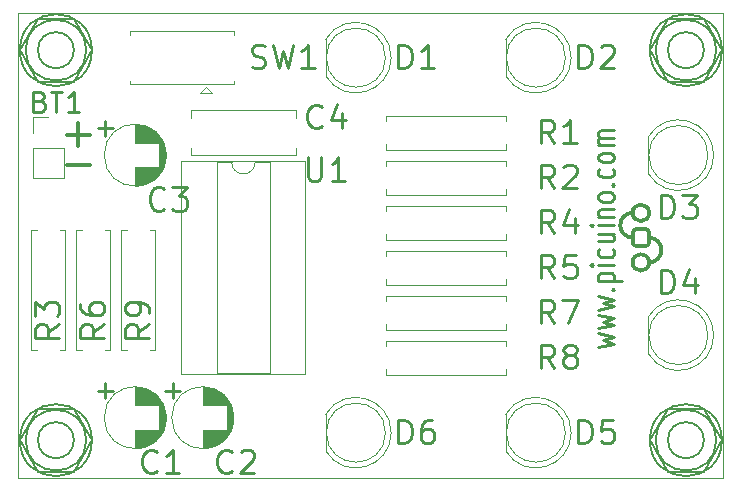
<source format=gbr>
%TF.GenerationSoftware,KiCad,Pcbnew,(5.1.12)-1*%
%TF.CreationDate,2022-03-12T22:07:20+01:00*%
%TF.ProjectId,electric-pcb-luces-led,656c6563-7472-4696-932d-7063622d6c75,R3*%
%TF.SameCoordinates,PX3072580PY3072580*%
%TF.FileFunction,Legend,Top*%
%TF.FilePolarity,Positive*%
%FSLAX46Y46*%
G04 Gerber Fmt 4.6, Leading zero omitted, Abs format (unit mm)*
G04 Created by KiCad (PCBNEW (5.1.12)-1) date 2022-03-12 22:07:20*
%MOMM*%
%LPD*%
G01*
G04 APERTURE LIST*
%ADD10C,0.300000*%
%ADD11C,0.120000*%
%ADD12C,0.250000*%
%ADD13C,0.127000*%
G04 APERTURE END LIST*
D10*
X4127619Y-10338571D02*
X6032380Y-10338571D01*
X5080000Y-11290952D02*
X5080000Y-9386190D01*
X4127619Y-12878571D02*
X6032380Y-12878571D01*
D11*
X59690000Y-39370000D02*
X59690000Y0D01*
X0Y-39370000D02*
X59690000Y-39370000D01*
X0Y-39370000D02*
X0Y0D01*
X59690000Y0D02*
X0Y0D01*
D12*
%TO.C,C1*%
X8001000Y-32004000D02*
X6731000Y-32004000D01*
X7366000Y-31369000D02*
X7366000Y-32639000D01*
D11*
X12510000Y-34290000D02*
G75*
G03*
X12510000Y-34290000I-2620000J0D01*
G01*
X9890000Y-35330000D02*
X9890000Y-36870000D01*
X9890000Y-31710000D02*
X9890000Y-33250000D01*
X9930000Y-35330000D02*
X9930000Y-36870000D01*
X9930000Y-31710000D02*
X9930000Y-33250000D01*
X9970000Y-31711000D02*
X9970000Y-33250000D01*
X9970000Y-35330000D02*
X9970000Y-36869000D01*
X10010000Y-31712000D02*
X10010000Y-33250000D01*
X10010000Y-35330000D02*
X10010000Y-36868000D01*
X10050000Y-31714000D02*
X10050000Y-33250000D01*
X10050000Y-35330000D02*
X10050000Y-36866000D01*
X10090000Y-31717000D02*
X10090000Y-33250000D01*
X10090000Y-35330000D02*
X10090000Y-36863000D01*
X10130000Y-31721000D02*
X10130000Y-33250000D01*
X10130000Y-35330000D02*
X10130000Y-36859000D01*
X10170000Y-31725000D02*
X10170000Y-33250000D01*
X10170000Y-35330000D02*
X10170000Y-36855000D01*
X10210000Y-31729000D02*
X10210000Y-33250000D01*
X10210000Y-35330000D02*
X10210000Y-36851000D01*
X10250000Y-31734000D02*
X10250000Y-33250000D01*
X10250000Y-35330000D02*
X10250000Y-36846000D01*
X10290000Y-31740000D02*
X10290000Y-33250000D01*
X10290000Y-35330000D02*
X10290000Y-36840000D01*
X10330000Y-31747000D02*
X10330000Y-33250000D01*
X10330000Y-35330000D02*
X10330000Y-36833000D01*
X10370000Y-31754000D02*
X10370000Y-33250000D01*
X10370000Y-35330000D02*
X10370000Y-36826000D01*
X10410000Y-31762000D02*
X10410000Y-33250000D01*
X10410000Y-35330000D02*
X10410000Y-36818000D01*
X10450000Y-31770000D02*
X10450000Y-33250000D01*
X10450000Y-35330000D02*
X10450000Y-36810000D01*
X10490000Y-31779000D02*
X10490000Y-33250000D01*
X10490000Y-35330000D02*
X10490000Y-36801000D01*
X10530000Y-31789000D02*
X10530000Y-33250000D01*
X10530000Y-35330000D02*
X10530000Y-36791000D01*
X10570000Y-31799000D02*
X10570000Y-33250000D01*
X10570000Y-35330000D02*
X10570000Y-36781000D01*
X10611000Y-31810000D02*
X10611000Y-33250000D01*
X10611000Y-35330000D02*
X10611000Y-36770000D01*
X10651000Y-31822000D02*
X10651000Y-33250000D01*
X10651000Y-35330000D02*
X10651000Y-36758000D01*
X10691000Y-31835000D02*
X10691000Y-33250000D01*
X10691000Y-35330000D02*
X10691000Y-36745000D01*
X10731000Y-31848000D02*
X10731000Y-33250000D01*
X10731000Y-35330000D02*
X10731000Y-36732000D01*
X10771000Y-31862000D02*
X10771000Y-33250000D01*
X10771000Y-35330000D02*
X10771000Y-36718000D01*
X10811000Y-31876000D02*
X10811000Y-33250000D01*
X10811000Y-35330000D02*
X10811000Y-36704000D01*
X10851000Y-31892000D02*
X10851000Y-33250000D01*
X10851000Y-35330000D02*
X10851000Y-36688000D01*
X10891000Y-31908000D02*
X10891000Y-33250000D01*
X10891000Y-35330000D02*
X10891000Y-36672000D01*
X10931000Y-31925000D02*
X10931000Y-33250000D01*
X10931000Y-35330000D02*
X10931000Y-36655000D01*
X10971000Y-31942000D02*
X10971000Y-33250000D01*
X10971000Y-35330000D02*
X10971000Y-36638000D01*
X11011000Y-31961000D02*
X11011000Y-33250000D01*
X11011000Y-35330000D02*
X11011000Y-36619000D01*
X11051000Y-31980000D02*
X11051000Y-33250000D01*
X11051000Y-35330000D02*
X11051000Y-36600000D01*
X11091000Y-32000000D02*
X11091000Y-33250000D01*
X11091000Y-35330000D02*
X11091000Y-36580000D01*
X11131000Y-32022000D02*
X11131000Y-33250000D01*
X11131000Y-35330000D02*
X11131000Y-36558000D01*
X11171000Y-32043000D02*
X11171000Y-33250000D01*
X11171000Y-35330000D02*
X11171000Y-36537000D01*
X11211000Y-32066000D02*
X11211000Y-33250000D01*
X11211000Y-35330000D02*
X11211000Y-36514000D01*
X11251000Y-32090000D02*
X11251000Y-33250000D01*
X11251000Y-35330000D02*
X11251000Y-36490000D01*
X11291000Y-32115000D02*
X11291000Y-33250000D01*
X11291000Y-35330000D02*
X11291000Y-36465000D01*
X11331000Y-32141000D02*
X11331000Y-33250000D01*
X11331000Y-35330000D02*
X11331000Y-36439000D01*
X11371000Y-32168000D02*
X11371000Y-33250000D01*
X11371000Y-35330000D02*
X11371000Y-36412000D01*
X11411000Y-32195000D02*
X11411000Y-33250000D01*
X11411000Y-35330000D02*
X11411000Y-36385000D01*
X11451000Y-32225000D02*
X11451000Y-33250000D01*
X11451000Y-35330000D02*
X11451000Y-36355000D01*
X11491000Y-32255000D02*
X11491000Y-33250000D01*
X11491000Y-35330000D02*
X11491000Y-36325000D01*
X11531000Y-32286000D02*
X11531000Y-33250000D01*
X11531000Y-35330000D02*
X11531000Y-36294000D01*
X11571000Y-32319000D02*
X11571000Y-33250000D01*
X11571000Y-35330000D02*
X11571000Y-36261000D01*
X11611000Y-32353000D02*
X11611000Y-33250000D01*
X11611000Y-35330000D02*
X11611000Y-36227000D01*
X11651000Y-32389000D02*
X11651000Y-33250000D01*
X11651000Y-35330000D02*
X11651000Y-36191000D01*
X11691000Y-32426000D02*
X11691000Y-33250000D01*
X11691000Y-35330000D02*
X11691000Y-36154000D01*
X11731000Y-32464000D02*
X11731000Y-33250000D01*
X11731000Y-35330000D02*
X11731000Y-36116000D01*
X11771000Y-32505000D02*
X11771000Y-33250000D01*
X11771000Y-35330000D02*
X11771000Y-36075000D01*
X11811000Y-32547000D02*
X11811000Y-33250000D01*
X11811000Y-35330000D02*
X11811000Y-36033000D01*
X11851000Y-32591000D02*
X11851000Y-33250000D01*
X11851000Y-35330000D02*
X11851000Y-35989000D01*
X11891000Y-32637000D02*
X11891000Y-33250000D01*
X11891000Y-35330000D02*
X11891000Y-35943000D01*
X11931000Y-32685000D02*
X11931000Y-35895000D01*
X11971000Y-32736000D02*
X11971000Y-35844000D01*
X12011000Y-32790000D02*
X12011000Y-35790000D01*
X12051000Y-32847000D02*
X12051000Y-35733000D01*
X12091000Y-32907000D02*
X12091000Y-35673000D01*
X12131000Y-32971000D02*
X12131000Y-35609000D01*
X12171000Y-33039000D02*
X12171000Y-35541000D01*
X12211000Y-33112000D02*
X12211000Y-35468000D01*
X12251000Y-33192000D02*
X12251000Y-35388000D01*
X12291000Y-33279000D02*
X12291000Y-35301000D01*
X12331000Y-33375000D02*
X12331000Y-35205000D01*
X12371000Y-33485000D02*
X12371000Y-35095000D01*
X12411000Y-33613000D02*
X12411000Y-34967000D01*
X12451000Y-33772000D02*
X12451000Y-34808000D01*
X12491000Y-34006000D02*
X12491000Y-34574000D01*
%TO.C,R3*%
X3980000Y-18425000D02*
X3500000Y-18425000D01*
X3980000Y-28565000D02*
X3980000Y-18425000D01*
X3500000Y-28565000D02*
X3980000Y-28565000D01*
X1100000Y-18425000D02*
X1580000Y-18425000D01*
X1100000Y-28565000D02*
X1100000Y-18425000D01*
X1580000Y-28565000D02*
X1100000Y-28565000D01*
%TO.C,R1*%
X31125000Y-8720000D02*
X31125000Y-9200000D01*
X41265000Y-8720000D02*
X31125000Y-8720000D01*
X41265000Y-9200000D02*
X41265000Y-8720000D01*
X31125000Y-11600000D02*
X31125000Y-11120000D01*
X41265000Y-11600000D02*
X31125000Y-11600000D01*
X41265000Y-11120000D02*
X41265000Y-11600000D01*
D10*
%TO.C,Picuino_Logo_B6*%
X53403500Y-16949420D02*
G75*
G03*
X53403500Y-16949420I-698500J0D01*
G01*
X52003960Y-19448780D02*
X52003960Y-18651220D01*
X52306220Y-18348960D02*
X53103780Y-18348960D01*
X53403500Y-21150580D02*
G75*
G03*
X53403500Y-21150580I-698500J0D01*
G01*
X53103780Y-19751040D02*
X52306220Y-19751040D01*
X53406040Y-18651220D02*
X53406040Y-19448780D01*
X50952400Y-17998440D02*
G75*
G03*
X52003960Y-19050000I1051560J0D01*
G01*
X52003960Y-19448780D02*
G75*
G03*
X52306220Y-19751040I302260J0D01*
G01*
X53406040Y-18651220D02*
G75*
G03*
X53103780Y-18348960I-302260J0D01*
G01*
X52003960Y-16949420D02*
G75*
G03*
X50954940Y-17998440I0J-1049020D01*
G01*
X53406040Y-21150580D02*
G75*
G03*
X54455060Y-20101560I0J1049020D01*
G01*
X54457600Y-20101560D02*
G75*
G03*
X53406040Y-19050000I-1051560J0D01*
G01*
X53103780Y-19751040D02*
G75*
G03*
X53406040Y-19448780I0J302260D01*
G01*
X52306220Y-18348960D02*
G75*
G03*
X52003960Y-18651220I0J-302260D01*
G01*
D13*
%TO.C,M3*%
X4699000Y-36195000D02*
G75*
G03*
X4699000Y-36195000I-1524000J0D01*
G01*
X5746554Y-36195000D02*
G75*
G03*
X5746554Y-36195000I-2571554J0D01*
G01*
X4699000Y-33528000D02*
X1651000Y-33528000D01*
X1651000Y-33528000D02*
X127000Y-36195000D01*
X127000Y-36195000D02*
X1651000Y-38862000D01*
X1651000Y-38862000D02*
X4699000Y-38862000D01*
X4699000Y-38862000D02*
X6223000Y-36195000D01*
X6223000Y-36195000D02*
X4699000Y-33528000D01*
X6223000Y-36195000D02*
G75*
G03*
X6223000Y-36195000I-3048000J0D01*
G01*
X4699000Y-3175000D02*
G75*
G03*
X4699000Y-3175000I-1524000J0D01*
G01*
X5746554Y-3175000D02*
G75*
G03*
X5746554Y-3175000I-2571554J0D01*
G01*
X4699000Y-508000D02*
X1651000Y-508000D01*
X1651000Y-508000D02*
X127000Y-3175000D01*
X127000Y-3175000D02*
X1651000Y-5842000D01*
X1651000Y-5842000D02*
X4699000Y-5842000D01*
X4699000Y-5842000D02*
X6223000Y-3175000D01*
X6223000Y-3175000D02*
X4699000Y-508000D01*
X6223000Y-3175000D02*
G75*
G03*
X6223000Y-3175000I-3048000J0D01*
G01*
X58039000Y-36195000D02*
G75*
G03*
X58039000Y-36195000I-1524000J0D01*
G01*
X59086554Y-36195000D02*
G75*
G03*
X59086554Y-36195000I-2571554J0D01*
G01*
X58039000Y-33528000D02*
X54991000Y-33528000D01*
X54991000Y-33528000D02*
X53467000Y-36195000D01*
X53467000Y-36195000D02*
X54991000Y-38862000D01*
X54991000Y-38862000D02*
X58039000Y-38862000D01*
X58039000Y-38862000D02*
X59563000Y-36195000D01*
X59563000Y-36195000D02*
X58039000Y-33528000D01*
X59563000Y-36195000D02*
G75*
G03*
X59563000Y-36195000I-3048000J0D01*
G01*
X58039000Y-3175000D02*
G75*
G03*
X58039000Y-3175000I-1524000J0D01*
G01*
X59086554Y-3175000D02*
G75*
G03*
X59086554Y-3175000I-2571554J0D01*
G01*
X58039000Y-508000D02*
X54991000Y-508000D01*
X54991000Y-508000D02*
X53467000Y-3175000D01*
X53467000Y-3175000D02*
X54991000Y-5842000D01*
X54991000Y-5842000D02*
X58039000Y-5842000D01*
X58039000Y-5842000D02*
X59563000Y-3175000D01*
X59563000Y-3175000D02*
X58039000Y-508000D01*
X59563000Y-3175000D02*
G75*
G03*
X59563000Y-3175000I-3048000J0D01*
G01*
D12*
%TO.C,C2*%
X13716000Y-32004000D02*
X12446000Y-32004000D01*
X13081000Y-31369000D02*
X13081000Y-32639000D01*
D11*
X18225000Y-34290000D02*
G75*
G03*
X18225000Y-34290000I-2620000J0D01*
G01*
X15605000Y-35330000D02*
X15605000Y-36870000D01*
X15605000Y-31710000D02*
X15605000Y-33250000D01*
X15645000Y-35330000D02*
X15645000Y-36870000D01*
X15645000Y-31710000D02*
X15645000Y-33250000D01*
X15685000Y-31711000D02*
X15685000Y-33250000D01*
X15685000Y-35330000D02*
X15685000Y-36869000D01*
X15725000Y-31712000D02*
X15725000Y-33250000D01*
X15725000Y-35330000D02*
X15725000Y-36868000D01*
X15765000Y-31714000D02*
X15765000Y-33250000D01*
X15765000Y-35330000D02*
X15765000Y-36866000D01*
X15805000Y-31717000D02*
X15805000Y-33250000D01*
X15805000Y-35330000D02*
X15805000Y-36863000D01*
X15845000Y-31721000D02*
X15845000Y-33250000D01*
X15845000Y-35330000D02*
X15845000Y-36859000D01*
X15885000Y-31725000D02*
X15885000Y-33250000D01*
X15885000Y-35330000D02*
X15885000Y-36855000D01*
X15925000Y-31729000D02*
X15925000Y-33250000D01*
X15925000Y-35330000D02*
X15925000Y-36851000D01*
X15965000Y-31734000D02*
X15965000Y-33250000D01*
X15965000Y-35330000D02*
X15965000Y-36846000D01*
X16005000Y-31740000D02*
X16005000Y-33250000D01*
X16005000Y-35330000D02*
X16005000Y-36840000D01*
X16045000Y-31747000D02*
X16045000Y-33250000D01*
X16045000Y-35330000D02*
X16045000Y-36833000D01*
X16085000Y-31754000D02*
X16085000Y-33250000D01*
X16085000Y-35330000D02*
X16085000Y-36826000D01*
X16125000Y-31762000D02*
X16125000Y-33250000D01*
X16125000Y-35330000D02*
X16125000Y-36818000D01*
X16165000Y-31770000D02*
X16165000Y-33250000D01*
X16165000Y-35330000D02*
X16165000Y-36810000D01*
X16205000Y-31779000D02*
X16205000Y-33250000D01*
X16205000Y-35330000D02*
X16205000Y-36801000D01*
X16245000Y-31789000D02*
X16245000Y-33250000D01*
X16245000Y-35330000D02*
X16245000Y-36791000D01*
X16285000Y-31799000D02*
X16285000Y-33250000D01*
X16285000Y-35330000D02*
X16285000Y-36781000D01*
X16326000Y-31810000D02*
X16326000Y-33250000D01*
X16326000Y-35330000D02*
X16326000Y-36770000D01*
X16366000Y-31822000D02*
X16366000Y-33250000D01*
X16366000Y-35330000D02*
X16366000Y-36758000D01*
X16406000Y-31835000D02*
X16406000Y-33250000D01*
X16406000Y-35330000D02*
X16406000Y-36745000D01*
X16446000Y-31848000D02*
X16446000Y-33250000D01*
X16446000Y-35330000D02*
X16446000Y-36732000D01*
X16486000Y-31862000D02*
X16486000Y-33250000D01*
X16486000Y-35330000D02*
X16486000Y-36718000D01*
X16526000Y-31876000D02*
X16526000Y-33250000D01*
X16526000Y-35330000D02*
X16526000Y-36704000D01*
X16566000Y-31892000D02*
X16566000Y-33250000D01*
X16566000Y-35330000D02*
X16566000Y-36688000D01*
X16606000Y-31908000D02*
X16606000Y-33250000D01*
X16606000Y-35330000D02*
X16606000Y-36672000D01*
X16646000Y-31925000D02*
X16646000Y-33250000D01*
X16646000Y-35330000D02*
X16646000Y-36655000D01*
X16686000Y-31942000D02*
X16686000Y-33250000D01*
X16686000Y-35330000D02*
X16686000Y-36638000D01*
X16726000Y-31961000D02*
X16726000Y-33250000D01*
X16726000Y-35330000D02*
X16726000Y-36619000D01*
X16766000Y-31980000D02*
X16766000Y-33250000D01*
X16766000Y-35330000D02*
X16766000Y-36600000D01*
X16806000Y-32000000D02*
X16806000Y-33250000D01*
X16806000Y-35330000D02*
X16806000Y-36580000D01*
X16846000Y-32022000D02*
X16846000Y-33250000D01*
X16846000Y-35330000D02*
X16846000Y-36558000D01*
X16886000Y-32043000D02*
X16886000Y-33250000D01*
X16886000Y-35330000D02*
X16886000Y-36537000D01*
X16926000Y-32066000D02*
X16926000Y-33250000D01*
X16926000Y-35330000D02*
X16926000Y-36514000D01*
X16966000Y-32090000D02*
X16966000Y-33250000D01*
X16966000Y-35330000D02*
X16966000Y-36490000D01*
X17006000Y-32115000D02*
X17006000Y-33250000D01*
X17006000Y-35330000D02*
X17006000Y-36465000D01*
X17046000Y-32141000D02*
X17046000Y-33250000D01*
X17046000Y-35330000D02*
X17046000Y-36439000D01*
X17086000Y-32168000D02*
X17086000Y-33250000D01*
X17086000Y-35330000D02*
X17086000Y-36412000D01*
X17126000Y-32195000D02*
X17126000Y-33250000D01*
X17126000Y-35330000D02*
X17126000Y-36385000D01*
X17166000Y-32225000D02*
X17166000Y-33250000D01*
X17166000Y-35330000D02*
X17166000Y-36355000D01*
X17206000Y-32255000D02*
X17206000Y-33250000D01*
X17206000Y-35330000D02*
X17206000Y-36325000D01*
X17246000Y-32286000D02*
X17246000Y-33250000D01*
X17246000Y-35330000D02*
X17246000Y-36294000D01*
X17286000Y-32319000D02*
X17286000Y-33250000D01*
X17286000Y-35330000D02*
X17286000Y-36261000D01*
X17326000Y-32353000D02*
X17326000Y-33250000D01*
X17326000Y-35330000D02*
X17326000Y-36227000D01*
X17366000Y-32389000D02*
X17366000Y-33250000D01*
X17366000Y-35330000D02*
X17366000Y-36191000D01*
X17406000Y-32426000D02*
X17406000Y-33250000D01*
X17406000Y-35330000D02*
X17406000Y-36154000D01*
X17446000Y-32464000D02*
X17446000Y-33250000D01*
X17446000Y-35330000D02*
X17446000Y-36116000D01*
X17486000Y-32505000D02*
X17486000Y-33250000D01*
X17486000Y-35330000D02*
X17486000Y-36075000D01*
X17526000Y-32547000D02*
X17526000Y-33250000D01*
X17526000Y-35330000D02*
X17526000Y-36033000D01*
X17566000Y-32591000D02*
X17566000Y-33250000D01*
X17566000Y-35330000D02*
X17566000Y-35989000D01*
X17606000Y-32637000D02*
X17606000Y-33250000D01*
X17606000Y-35330000D02*
X17606000Y-35943000D01*
X17646000Y-32685000D02*
X17646000Y-35895000D01*
X17686000Y-32736000D02*
X17686000Y-35844000D01*
X17726000Y-32790000D02*
X17726000Y-35790000D01*
X17766000Y-32847000D02*
X17766000Y-35733000D01*
X17806000Y-32907000D02*
X17806000Y-35673000D01*
X17846000Y-32971000D02*
X17846000Y-35609000D01*
X17886000Y-33039000D02*
X17886000Y-35541000D01*
X17926000Y-33112000D02*
X17926000Y-35468000D01*
X17966000Y-33192000D02*
X17966000Y-35388000D01*
X18006000Y-33279000D02*
X18006000Y-35301000D01*
X18046000Y-33375000D02*
X18046000Y-35205000D01*
X18086000Y-33485000D02*
X18086000Y-35095000D01*
X18126000Y-33613000D02*
X18126000Y-34967000D01*
X18166000Y-33772000D02*
X18166000Y-34808000D01*
X18206000Y-34006000D02*
X18206000Y-34574000D01*
%TO.C,C3*%
X12491000Y-11781000D02*
X12491000Y-12349000D01*
X12451000Y-11547000D02*
X12451000Y-12583000D01*
X12411000Y-11388000D02*
X12411000Y-12742000D01*
X12371000Y-11260000D02*
X12371000Y-12870000D01*
X12331000Y-11150000D02*
X12331000Y-12980000D01*
X12291000Y-11054000D02*
X12291000Y-13076000D01*
X12251000Y-10967000D02*
X12251000Y-13163000D01*
X12211000Y-10887000D02*
X12211000Y-13243000D01*
X12171000Y-10814000D02*
X12171000Y-13316000D01*
X12131000Y-10746000D02*
X12131000Y-13384000D01*
X12091000Y-10682000D02*
X12091000Y-13448000D01*
X12051000Y-10622000D02*
X12051000Y-13508000D01*
X12011000Y-10565000D02*
X12011000Y-13565000D01*
X11971000Y-10511000D02*
X11971000Y-13619000D01*
X11931000Y-10460000D02*
X11931000Y-13670000D01*
X11891000Y-13105000D02*
X11891000Y-13718000D01*
X11891000Y-10412000D02*
X11891000Y-11025000D01*
X11851000Y-13105000D02*
X11851000Y-13764000D01*
X11851000Y-10366000D02*
X11851000Y-11025000D01*
X11811000Y-13105000D02*
X11811000Y-13808000D01*
X11811000Y-10322000D02*
X11811000Y-11025000D01*
X11771000Y-13105000D02*
X11771000Y-13850000D01*
X11771000Y-10280000D02*
X11771000Y-11025000D01*
X11731000Y-13105000D02*
X11731000Y-13891000D01*
X11731000Y-10239000D02*
X11731000Y-11025000D01*
X11691000Y-13105000D02*
X11691000Y-13929000D01*
X11691000Y-10201000D02*
X11691000Y-11025000D01*
X11651000Y-13105000D02*
X11651000Y-13966000D01*
X11651000Y-10164000D02*
X11651000Y-11025000D01*
X11611000Y-13105000D02*
X11611000Y-14002000D01*
X11611000Y-10128000D02*
X11611000Y-11025000D01*
X11571000Y-13105000D02*
X11571000Y-14036000D01*
X11571000Y-10094000D02*
X11571000Y-11025000D01*
X11531000Y-13105000D02*
X11531000Y-14069000D01*
X11531000Y-10061000D02*
X11531000Y-11025000D01*
X11491000Y-13105000D02*
X11491000Y-14100000D01*
X11491000Y-10030000D02*
X11491000Y-11025000D01*
X11451000Y-13105000D02*
X11451000Y-14130000D01*
X11451000Y-10000000D02*
X11451000Y-11025000D01*
X11411000Y-13105000D02*
X11411000Y-14160000D01*
X11411000Y-9970000D02*
X11411000Y-11025000D01*
X11371000Y-13105000D02*
X11371000Y-14187000D01*
X11371000Y-9943000D02*
X11371000Y-11025000D01*
X11331000Y-13105000D02*
X11331000Y-14214000D01*
X11331000Y-9916000D02*
X11331000Y-11025000D01*
X11291000Y-13105000D02*
X11291000Y-14240000D01*
X11291000Y-9890000D02*
X11291000Y-11025000D01*
X11251000Y-13105000D02*
X11251000Y-14265000D01*
X11251000Y-9865000D02*
X11251000Y-11025000D01*
X11211000Y-13105000D02*
X11211000Y-14289000D01*
X11211000Y-9841000D02*
X11211000Y-11025000D01*
X11171000Y-13105000D02*
X11171000Y-14312000D01*
X11171000Y-9818000D02*
X11171000Y-11025000D01*
X11131000Y-13105000D02*
X11131000Y-14333000D01*
X11131000Y-9797000D02*
X11131000Y-11025000D01*
X11091000Y-13105000D02*
X11091000Y-14355000D01*
X11091000Y-9775000D02*
X11091000Y-11025000D01*
X11051000Y-13105000D02*
X11051000Y-14375000D01*
X11051000Y-9755000D02*
X11051000Y-11025000D01*
X11011000Y-13105000D02*
X11011000Y-14394000D01*
X11011000Y-9736000D02*
X11011000Y-11025000D01*
X10971000Y-13105000D02*
X10971000Y-14413000D01*
X10971000Y-9717000D02*
X10971000Y-11025000D01*
X10931000Y-13105000D02*
X10931000Y-14430000D01*
X10931000Y-9700000D02*
X10931000Y-11025000D01*
X10891000Y-13105000D02*
X10891000Y-14447000D01*
X10891000Y-9683000D02*
X10891000Y-11025000D01*
X10851000Y-13105000D02*
X10851000Y-14463000D01*
X10851000Y-9667000D02*
X10851000Y-11025000D01*
X10811000Y-13105000D02*
X10811000Y-14479000D01*
X10811000Y-9651000D02*
X10811000Y-11025000D01*
X10771000Y-13105000D02*
X10771000Y-14493000D01*
X10771000Y-9637000D02*
X10771000Y-11025000D01*
X10731000Y-13105000D02*
X10731000Y-14507000D01*
X10731000Y-9623000D02*
X10731000Y-11025000D01*
X10691000Y-13105000D02*
X10691000Y-14520000D01*
X10691000Y-9610000D02*
X10691000Y-11025000D01*
X10651000Y-13105000D02*
X10651000Y-14533000D01*
X10651000Y-9597000D02*
X10651000Y-11025000D01*
X10611000Y-13105000D02*
X10611000Y-14545000D01*
X10611000Y-9585000D02*
X10611000Y-11025000D01*
X10570000Y-13105000D02*
X10570000Y-14556000D01*
X10570000Y-9574000D02*
X10570000Y-11025000D01*
X10530000Y-13105000D02*
X10530000Y-14566000D01*
X10530000Y-9564000D02*
X10530000Y-11025000D01*
X10490000Y-13105000D02*
X10490000Y-14576000D01*
X10490000Y-9554000D02*
X10490000Y-11025000D01*
X10450000Y-13105000D02*
X10450000Y-14585000D01*
X10450000Y-9545000D02*
X10450000Y-11025000D01*
X10410000Y-13105000D02*
X10410000Y-14593000D01*
X10410000Y-9537000D02*
X10410000Y-11025000D01*
X10370000Y-13105000D02*
X10370000Y-14601000D01*
X10370000Y-9529000D02*
X10370000Y-11025000D01*
X10330000Y-13105000D02*
X10330000Y-14608000D01*
X10330000Y-9522000D02*
X10330000Y-11025000D01*
X10290000Y-13105000D02*
X10290000Y-14615000D01*
X10290000Y-9515000D02*
X10290000Y-11025000D01*
X10250000Y-13105000D02*
X10250000Y-14621000D01*
X10250000Y-9509000D02*
X10250000Y-11025000D01*
X10210000Y-13105000D02*
X10210000Y-14626000D01*
X10210000Y-9504000D02*
X10210000Y-11025000D01*
X10170000Y-13105000D02*
X10170000Y-14630000D01*
X10170000Y-9500000D02*
X10170000Y-11025000D01*
X10130000Y-13105000D02*
X10130000Y-14634000D01*
X10130000Y-9496000D02*
X10130000Y-11025000D01*
X10090000Y-13105000D02*
X10090000Y-14638000D01*
X10090000Y-9492000D02*
X10090000Y-11025000D01*
X10050000Y-13105000D02*
X10050000Y-14641000D01*
X10050000Y-9489000D02*
X10050000Y-11025000D01*
X10010000Y-13105000D02*
X10010000Y-14643000D01*
X10010000Y-9487000D02*
X10010000Y-11025000D01*
X9970000Y-13105000D02*
X9970000Y-14644000D01*
X9970000Y-9486000D02*
X9970000Y-11025000D01*
X9930000Y-9485000D02*
X9930000Y-11025000D01*
X9930000Y-13105000D02*
X9930000Y-14645000D01*
X9890000Y-9485000D02*
X9890000Y-11025000D01*
X9890000Y-13105000D02*
X9890000Y-14645000D01*
X12510000Y-12065000D02*
G75*
G03*
X12510000Y-12065000I-2620000J0D01*
G01*
D12*
X7366000Y-9144000D02*
X7366000Y-10414000D01*
X8001000Y-9779000D02*
X6731000Y-9779000D01*
D11*
%TO.C,R5*%
X41265000Y-22550000D02*
X41265000Y-23030000D01*
X41265000Y-23030000D02*
X31125000Y-23030000D01*
X31125000Y-23030000D02*
X31125000Y-22550000D01*
X41265000Y-20630000D02*
X41265000Y-20150000D01*
X41265000Y-20150000D02*
X31125000Y-20150000D01*
X31125000Y-20150000D02*
X31125000Y-20630000D01*
%TO.C,R6*%
X7790000Y-18425000D02*
X7310000Y-18425000D01*
X7790000Y-28565000D02*
X7790000Y-18425000D01*
X7310000Y-28565000D02*
X7790000Y-28565000D01*
X4910000Y-18425000D02*
X5390000Y-18425000D01*
X4910000Y-28565000D02*
X4910000Y-18425000D01*
X5390000Y-28565000D02*
X4910000Y-28565000D01*
%TO.C,R7*%
X41265000Y-26360000D02*
X41265000Y-26840000D01*
X41265000Y-26840000D02*
X31125000Y-26840000D01*
X31125000Y-26840000D02*
X31125000Y-26360000D01*
X41265000Y-24440000D02*
X41265000Y-23960000D01*
X41265000Y-23960000D02*
X31125000Y-23960000D01*
X31125000Y-23960000D02*
X31125000Y-24440000D01*
%TO.C,R8*%
X31125000Y-27770000D02*
X31125000Y-28250000D01*
X41265000Y-27770000D02*
X31125000Y-27770000D01*
X41265000Y-28250000D02*
X41265000Y-27770000D01*
X31125000Y-30650000D02*
X31125000Y-30170000D01*
X41265000Y-30650000D02*
X31125000Y-30650000D01*
X41265000Y-30170000D02*
X41265000Y-30650000D01*
%TO.C,R9*%
X9200000Y-28565000D02*
X8720000Y-28565000D01*
X8720000Y-28565000D02*
X8720000Y-18425000D01*
X8720000Y-18425000D02*
X9200000Y-18425000D01*
X11120000Y-28565000D02*
X11600000Y-28565000D01*
X11600000Y-28565000D02*
X11600000Y-18425000D01*
X11600000Y-18425000D02*
X11120000Y-18425000D01*
%TO.C,R4*%
X41265000Y-18740000D02*
X41265000Y-19220000D01*
X41265000Y-19220000D02*
X31125000Y-19220000D01*
X31125000Y-19220000D02*
X31125000Y-18740000D01*
X41265000Y-16820000D02*
X41265000Y-16340000D01*
X41265000Y-16340000D02*
X31125000Y-16340000D01*
X31125000Y-16340000D02*
X31125000Y-16820000D01*
%TO.C,D1*%
X31565000Y-3810462D02*
G75*
G03*
X26015000Y-2265170I-2990000J462D01*
G01*
X31565000Y-3809538D02*
G75*
G02*
X26015000Y-5354830I-2990000J-462D01*
G01*
X26015000Y-2265000D02*
X26015000Y-5355000D01*
X31075000Y-3810000D02*
G75*
G03*
X31075000Y-3810000I-2500000J0D01*
G01*
%TO.C,D2*%
X46805000Y-3810462D02*
G75*
G03*
X41255000Y-2265170I-2990000J462D01*
G01*
X46805000Y-3809538D02*
G75*
G02*
X41255000Y-5354830I-2990000J-462D01*
G01*
X41255000Y-2265000D02*
X41255000Y-5355000D01*
X46315000Y-3810000D02*
G75*
G03*
X46315000Y-3810000I-2500000J0D01*
G01*
%TO.C,D3*%
X58380000Y-12065000D02*
G75*
G03*
X58380000Y-12065000I-2500000J0D01*
G01*
X53320000Y-10520000D02*
X53320000Y-13610000D01*
X58870000Y-12064538D02*
G75*
G02*
X53320000Y-13609830I-2990000J-462D01*
G01*
X58870000Y-12065462D02*
G75*
G03*
X53320000Y-10520170I-2990000J462D01*
G01*
%TO.C,D4*%
X58870000Y-27305462D02*
G75*
G03*
X53320000Y-25760170I-2990000J462D01*
G01*
X58870000Y-27304538D02*
G75*
G02*
X53320000Y-28849830I-2990000J-462D01*
G01*
X53320000Y-25760000D02*
X53320000Y-28850000D01*
X58380000Y-27305000D02*
G75*
G03*
X58380000Y-27305000I-2500000J0D01*
G01*
%TO.C,D5*%
X46315000Y-35560000D02*
G75*
G03*
X46315000Y-35560000I-2500000J0D01*
G01*
X41255000Y-34015000D02*
X41255000Y-37105000D01*
X46805000Y-35559538D02*
G75*
G02*
X41255000Y-37104830I-2990000J-462D01*
G01*
X46805000Y-35560462D02*
G75*
G03*
X41255000Y-34015170I-2990000J462D01*
G01*
%TO.C,D6*%
X31075000Y-35560000D02*
G75*
G03*
X31075000Y-35560000I-2500000J0D01*
G01*
X26015000Y-34015000D02*
X26015000Y-37105000D01*
X31565000Y-35559538D02*
G75*
G02*
X26015000Y-37104830I-2990000J-462D01*
G01*
X31565000Y-35560462D02*
G75*
G03*
X26015000Y-34015170I-2990000J462D01*
G01*
%TO.C,U1*%
X18050000Y-12640000D02*
X16800000Y-12640000D01*
X16800000Y-12640000D02*
X16800000Y-30540000D01*
X16800000Y-30540000D02*
X21300000Y-30540000D01*
X21300000Y-30540000D02*
X21300000Y-12640000D01*
X21300000Y-12640000D02*
X20050000Y-12640000D01*
X13800000Y-12580000D02*
X13800000Y-30600000D01*
X13800000Y-30600000D02*
X24300000Y-30600000D01*
X24300000Y-30600000D02*
X24300000Y-12580000D01*
X24300000Y-12580000D02*
X13800000Y-12580000D01*
X20050000Y-12640000D02*
G75*
G02*
X18050000Y-12640000I-1000000J0D01*
G01*
%TO.C,R2*%
X41265000Y-14930000D02*
X41265000Y-15410000D01*
X41265000Y-15410000D02*
X31125000Y-15410000D01*
X31125000Y-15410000D02*
X31125000Y-14930000D01*
X41265000Y-13010000D02*
X41265000Y-12530000D01*
X41265000Y-12530000D02*
X31125000Y-12530000D01*
X31125000Y-12530000D02*
X31125000Y-13010000D01*
%TO.C,SW1*%
X15375000Y-6770000D02*
X16375000Y-6770000D01*
X15875000Y-6270000D02*
X15375000Y-6770000D01*
X16375000Y-6770000D02*
X15875000Y-6270000D01*
X9465000Y-1550000D02*
X9465000Y-1860000D01*
X18285000Y-1550000D02*
X18285000Y-1860000D01*
X18285000Y-5760000D02*
X18285000Y-6070000D01*
X9465000Y-1550000D02*
X18285000Y-1550000D01*
X9465000Y-6070000D02*
X9465000Y-5760000D01*
X18285000Y-6070000D02*
X9465000Y-6070000D01*
%TO.C,BT1*%
X1210000Y-14030000D02*
X3870000Y-14030000D01*
X1210000Y-11430000D02*
X1210000Y-14030000D01*
X3870000Y-11430000D02*
X3870000Y-14030000D01*
X1210000Y-11430000D02*
X3870000Y-11430000D01*
X1210000Y-10160000D02*
X1210000Y-8830000D01*
X1210000Y-8830000D02*
X2540000Y-8830000D01*
%TO.C,C4*%
X23495000Y-8255000D02*
X23495000Y-8890000D01*
X14605000Y-8255000D02*
X23495000Y-8255000D01*
X14605000Y-8890000D02*
X14605000Y-8255000D01*
X14605000Y-12065000D02*
X14605000Y-11430000D01*
X23495000Y-12065000D02*
X14605000Y-12065000D01*
X23495000Y-11430000D02*
X23495000Y-12065000D01*
%TO.C,C1*%
D12*
X11731666Y-38814285D02*
X11636428Y-38909523D01*
X11350714Y-39004761D01*
X11160238Y-39004761D01*
X10874523Y-38909523D01*
X10684047Y-38719047D01*
X10588809Y-38528571D01*
X10493571Y-38147619D01*
X10493571Y-37861904D01*
X10588809Y-37480952D01*
X10684047Y-37290476D01*
X10874523Y-37100000D01*
X11160238Y-37004761D01*
X11350714Y-37004761D01*
X11636428Y-37100000D01*
X11731666Y-37195238D01*
X13636428Y-39004761D02*
X12493571Y-39004761D01*
X13065000Y-39004761D02*
X13065000Y-37004761D01*
X12874523Y-37290476D01*
X12684047Y-37480952D01*
X12493571Y-37576190D01*
%TO.C,R3*%
X3444761Y-26368333D02*
X2492380Y-27035000D01*
X3444761Y-27511190D02*
X1444761Y-27511190D01*
X1444761Y-26749285D01*
X1540000Y-26558809D01*
X1635238Y-26463571D01*
X1825714Y-26368333D01*
X2111428Y-26368333D01*
X2301904Y-26463571D01*
X2397142Y-26558809D01*
X2492380Y-26749285D01*
X2492380Y-27511190D01*
X1444761Y-25701666D02*
X1444761Y-24463571D01*
X2206666Y-25130238D01*
X2206666Y-24844523D01*
X2301904Y-24654047D01*
X2397142Y-24558809D01*
X2587619Y-24463571D01*
X3063809Y-24463571D01*
X3254285Y-24558809D01*
X3349523Y-24654047D01*
X3444761Y-24844523D01*
X3444761Y-25415952D01*
X3349523Y-25606428D01*
X3254285Y-25701666D01*
%TO.C,R1*%
X45386666Y-11064761D02*
X44720000Y-10112380D01*
X44243809Y-11064761D02*
X44243809Y-9064761D01*
X45005714Y-9064761D01*
X45196190Y-9160000D01*
X45291428Y-9255238D01*
X45386666Y-9445714D01*
X45386666Y-9731428D01*
X45291428Y-9921904D01*
X45196190Y-10017142D01*
X45005714Y-10112380D01*
X44243809Y-10112380D01*
X47291428Y-11064761D02*
X46148571Y-11064761D01*
X46720000Y-11064761D02*
X46720000Y-9064761D01*
X46529523Y-9350476D01*
X46339047Y-9540952D01*
X46148571Y-9636190D01*
%TO.C,Picuino_Logo_B6*%
X49101428Y-28300000D02*
X50434761Y-28014285D01*
X49482380Y-27728571D01*
X50434761Y-27442857D01*
X49101428Y-27157142D01*
X49101428Y-26728571D02*
X50434761Y-26442857D01*
X49482380Y-26157142D01*
X50434761Y-25871428D01*
X49101428Y-25585714D01*
X49101428Y-25157142D02*
X50434761Y-24871428D01*
X49482380Y-24585714D01*
X50434761Y-24300000D01*
X49101428Y-24014285D01*
X50244285Y-23442857D02*
X50339523Y-23371428D01*
X50434761Y-23442857D01*
X50339523Y-23514285D01*
X50244285Y-23442857D01*
X50434761Y-23442857D01*
X49101428Y-22728571D02*
X51101428Y-22728571D01*
X49196666Y-22728571D02*
X49101428Y-22585714D01*
X49101428Y-22300000D01*
X49196666Y-22157142D01*
X49291904Y-22085714D01*
X49482380Y-22014285D01*
X50053809Y-22014285D01*
X50244285Y-22085714D01*
X50339523Y-22157142D01*
X50434761Y-22300000D01*
X50434761Y-22585714D01*
X50339523Y-22728571D01*
X50434761Y-21371428D02*
X49101428Y-21371428D01*
X48434761Y-21371428D02*
X48530000Y-21442857D01*
X48625238Y-21371428D01*
X48530000Y-21300000D01*
X48434761Y-21371428D01*
X48625238Y-21371428D01*
X50339523Y-20014285D02*
X50434761Y-20157142D01*
X50434761Y-20442857D01*
X50339523Y-20585714D01*
X50244285Y-20657142D01*
X50053809Y-20728571D01*
X49482380Y-20728571D01*
X49291904Y-20657142D01*
X49196666Y-20585714D01*
X49101428Y-20442857D01*
X49101428Y-20157142D01*
X49196666Y-20014285D01*
X49101428Y-18728571D02*
X50434761Y-18728571D01*
X49101428Y-19371428D02*
X50149047Y-19371428D01*
X50339523Y-19300000D01*
X50434761Y-19157142D01*
X50434761Y-18942857D01*
X50339523Y-18800000D01*
X50244285Y-18728571D01*
X50434761Y-18014285D02*
X49101428Y-18014285D01*
X48434761Y-18014285D02*
X48530000Y-18085714D01*
X48625238Y-18014285D01*
X48530000Y-17942857D01*
X48434761Y-18014285D01*
X48625238Y-18014285D01*
X49101428Y-17300000D02*
X50434761Y-17300000D01*
X49291904Y-17300000D02*
X49196666Y-17228571D01*
X49101428Y-17085714D01*
X49101428Y-16871428D01*
X49196666Y-16728571D01*
X49387142Y-16657142D01*
X50434761Y-16657142D01*
X50434761Y-15728571D02*
X50339523Y-15871428D01*
X50244285Y-15942857D01*
X50053809Y-16014285D01*
X49482380Y-16014285D01*
X49291904Y-15942857D01*
X49196666Y-15871428D01*
X49101428Y-15728571D01*
X49101428Y-15514285D01*
X49196666Y-15371428D01*
X49291904Y-15300000D01*
X49482380Y-15228571D01*
X50053809Y-15228571D01*
X50244285Y-15300000D01*
X50339523Y-15371428D01*
X50434761Y-15514285D01*
X50434761Y-15728571D01*
X50244285Y-14585714D02*
X50339523Y-14514285D01*
X50434761Y-14585714D01*
X50339523Y-14657142D01*
X50244285Y-14585714D01*
X50434761Y-14585714D01*
X50339523Y-13228571D02*
X50434761Y-13371428D01*
X50434761Y-13657142D01*
X50339523Y-13800000D01*
X50244285Y-13871428D01*
X50053809Y-13942857D01*
X49482380Y-13942857D01*
X49291904Y-13871428D01*
X49196666Y-13800000D01*
X49101428Y-13657142D01*
X49101428Y-13371428D01*
X49196666Y-13228571D01*
X50434761Y-12371428D02*
X50339523Y-12514285D01*
X50244285Y-12585714D01*
X50053809Y-12657142D01*
X49482380Y-12657142D01*
X49291904Y-12585714D01*
X49196666Y-12514285D01*
X49101428Y-12371428D01*
X49101428Y-12157142D01*
X49196666Y-12014285D01*
X49291904Y-11942857D01*
X49482380Y-11871428D01*
X50053809Y-11871428D01*
X50244285Y-11942857D01*
X50339523Y-12014285D01*
X50434761Y-12157142D01*
X50434761Y-12371428D01*
X50434761Y-11228571D02*
X49101428Y-11228571D01*
X49291904Y-11228571D02*
X49196666Y-11157142D01*
X49101428Y-11014285D01*
X49101428Y-10800000D01*
X49196666Y-10657142D01*
X49387142Y-10585714D01*
X50434761Y-10585714D01*
X49387142Y-10585714D02*
X49196666Y-10514285D01*
X49101428Y-10371428D01*
X49101428Y-10157142D01*
X49196666Y-10014285D01*
X49387142Y-9942857D01*
X50434761Y-9942857D01*
%TO.C,C2*%
X18081666Y-38814285D02*
X17986428Y-38909523D01*
X17700714Y-39004761D01*
X17510238Y-39004761D01*
X17224523Y-38909523D01*
X17034047Y-38719047D01*
X16938809Y-38528571D01*
X16843571Y-38147619D01*
X16843571Y-37861904D01*
X16938809Y-37480952D01*
X17034047Y-37290476D01*
X17224523Y-37100000D01*
X17510238Y-37004761D01*
X17700714Y-37004761D01*
X17986428Y-37100000D01*
X18081666Y-37195238D01*
X18843571Y-37195238D02*
X18938809Y-37100000D01*
X19129285Y-37004761D01*
X19605476Y-37004761D01*
X19795952Y-37100000D01*
X19891190Y-37195238D01*
X19986428Y-37385714D01*
X19986428Y-37576190D01*
X19891190Y-37861904D01*
X18748333Y-39004761D01*
X19986428Y-39004761D01*
%TO.C,C3*%
X12366666Y-16589285D02*
X12271428Y-16684523D01*
X11985714Y-16779761D01*
X11795238Y-16779761D01*
X11509523Y-16684523D01*
X11319047Y-16494047D01*
X11223809Y-16303571D01*
X11128571Y-15922619D01*
X11128571Y-15636904D01*
X11223809Y-15255952D01*
X11319047Y-15065476D01*
X11509523Y-14875000D01*
X11795238Y-14779761D01*
X11985714Y-14779761D01*
X12271428Y-14875000D01*
X12366666Y-14970238D01*
X13033333Y-14779761D02*
X14271428Y-14779761D01*
X13604761Y-15541666D01*
X13890476Y-15541666D01*
X14080952Y-15636904D01*
X14176190Y-15732142D01*
X14271428Y-15922619D01*
X14271428Y-16398809D01*
X14176190Y-16589285D01*
X14080952Y-16684523D01*
X13890476Y-16779761D01*
X13319047Y-16779761D01*
X13128571Y-16684523D01*
X13033333Y-16589285D01*
%TO.C,R5*%
X45386666Y-22494761D02*
X44720000Y-21542380D01*
X44243809Y-22494761D02*
X44243809Y-20494761D01*
X45005714Y-20494761D01*
X45196190Y-20590000D01*
X45291428Y-20685238D01*
X45386666Y-20875714D01*
X45386666Y-21161428D01*
X45291428Y-21351904D01*
X45196190Y-21447142D01*
X45005714Y-21542380D01*
X44243809Y-21542380D01*
X47196190Y-20494761D02*
X46243809Y-20494761D01*
X46148571Y-21447142D01*
X46243809Y-21351904D01*
X46434285Y-21256666D01*
X46910476Y-21256666D01*
X47100952Y-21351904D01*
X47196190Y-21447142D01*
X47291428Y-21637619D01*
X47291428Y-22113809D01*
X47196190Y-22304285D01*
X47100952Y-22399523D01*
X46910476Y-22494761D01*
X46434285Y-22494761D01*
X46243809Y-22399523D01*
X46148571Y-22304285D01*
%TO.C,R6*%
X7254761Y-26368333D02*
X6302380Y-27035000D01*
X7254761Y-27511190D02*
X5254761Y-27511190D01*
X5254761Y-26749285D01*
X5350000Y-26558809D01*
X5445238Y-26463571D01*
X5635714Y-26368333D01*
X5921428Y-26368333D01*
X6111904Y-26463571D01*
X6207142Y-26558809D01*
X6302380Y-26749285D01*
X6302380Y-27511190D01*
X5254761Y-24654047D02*
X5254761Y-25035000D01*
X5350000Y-25225476D01*
X5445238Y-25320714D01*
X5730952Y-25511190D01*
X6111904Y-25606428D01*
X6873809Y-25606428D01*
X7064285Y-25511190D01*
X7159523Y-25415952D01*
X7254761Y-25225476D01*
X7254761Y-24844523D01*
X7159523Y-24654047D01*
X7064285Y-24558809D01*
X6873809Y-24463571D01*
X6397619Y-24463571D01*
X6207142Y-24558809D01*
X6111904Y-24654047D01*
X6016666Y-24844523D01*
X6016666Y-25225476D01*
X6111904Y-25415952D01*
X6207142Y-25511190D01*
X6397619Y-25606428D01*
%TO.C,R7*%
X45386666Y-26304761D02*
X44720000Y-25352380D01*
X44243809Y-26304761D02*
X44243809Y-24304761D01*
X45005714Y-24304761D01*
X45196190Y-24400000D01*
X45291428Y-24495238D01*
X45386666Y-24685714D01*
X45386666Y-24971428D01*
X45291428Y-25161904D01*
X45196190Y-25257142D01*
X45005714Y-25352380D01*
X44243809Y-25352380D01*
X46053333Y-24304761D02*
X47386666Y-24304761D01*
X46529523Y-26304761D01*
%TO.C,R8*%
X45386666Y-30114761D02*
X44720000Y-29162380D01*
X44243809Y-30114761D02*
X44243809Y-28114761D01*
X45005714Y-28114761D01*
X45196190Y-28210000D01*
X45291428Y-28305238D01*
X45386666Y-28495714D01*
X45386666Y-28781428D01*
X45291428Y-28971904D01*
X45196190Y-29067142D01*
X45005714Y-29162380D01*
X44243809Y-29162380D01*
X46529523Y-28971904D02*
X46339047Y-28876666D01*
X46243809Y-28781428D01*
X46148571Y-28590952D01*
X46148571Y-28495714D01*
X46243809Y-28305238D01*
X46339047Y-28210000D01*
X46529523Y-28114761D01*
X46910476Y-28114761D01*
X47100952Y-28210000D01*
X47196190Y-28305238D01*
X47291428Y-28495714D01*
X47291428Y-28590952D01*
X47196190Y-28781428D01*
X47100952Y-28876666D01*
X46910476Y-28971904D01*
X46529523Y-28971904D01*
X46339047Y-29067142D01*
X46243809Y-29162380D01*
X46148571Y-29352857D01*
X46148571Y-29733809D01*
X46243809Y-29924285D01*
X46339047Y-30019523D01*
X46529523Y-30114761D01*
X46910476Y-30114761D01*
X47100952Y-30019523D01*
X47196190Y-29924285D01*
X47291428Y-29733809D01*
X47291428Y-29352857D01*
X47196190Y-29162380D01*
X47100952Y-29067142D01*
X46910476Y-28971904D01*
%TO.C,R9*%
X11064761Y-26368333D02*
X10112380Y-27035000D01*
X11064761Y-27511190D02*
X9064761Y-27511190D01*
X9064761Y-26749285D01*
X9160000Y-26558809D01*
X9255238Y-26463571D01*
X9445714Y-26368333D01*
X9731428Y-26368333D01*
X9921904Y-26463571D01*
X10017142Y-26558809D01*
X10112380Y-26749285D01*
X10112380Y-27511190D01*
X11064761Y-25415952D02*
X11064761Y-25035000D01*
X10969523Y-24844523D01*
X10874285Y-24749285D01*
X10588571Y-24558809D01*
X10207619Y-24463571D01*
X9445714Y-24463571D01*
X9255238Y-24558809D01*
X9160000Y-24654047D01*
X9064761Y-24844523D01*
X9064761Y-25225476D01*
X9160000Y-25415952D01*
X9255238Y-25511190D01*
X9445714Y-25606428D01*
X9921904Y-25606428D01*
X10112380Y-25511190D01*
X10207619Y-25415952D01*
X10302857Y-25225476D01*
X10302857Y-24844523D01*
X10207619Y-24654047D01*
X10112380Y-24558809D01*
X9921904Y-24463571D01*
%TO.C,R4*%
X45386666Y-18684761D02*
X44720000Y-17732380D01*
X44243809Y-18684761D02*
X44243809Y-16684761D01*
X45005714Y-16684761D01*
X45196190Y-16780000D01*
X45291428Y-16875238D01*
X45386666Y-17065714D01*
X45386666Y-17351428D01*
X45291428Y-17541904D01*
X45196190Y-17637142D01*
X45005714Y-17732380D01*
X44243809Y-17732380D01*
X47100952Y-17351428D02*
X47100952Y-18684761D01*
X46624761Y-16589523D02*
X46148571Y-18018095D01*
X47386666Y-18018095D01*
%TO.C,D1*%
X32178809Y-4714761D02*
X32178809Y-2714761D01*
X32655000Y-2714761D01*
X32940714Y-2810000D01*
X33131190Y-3000476D01*
X33226428Y-3190952D01*
X33321666Y-3571904D01*
X33321666Y-3857619D01*
X33226428Y-4238571D01*
X33131190Y-4429047D01*
X32940714Y-4619523D01*
X32655000Y-4714761D01*
X32178809Y-4714761D01*
X35226428Y-4714761D02*
X34083571Y-4714761D01*
X34655000Y-4714761D02*
X34655000Y-2714761D01*
X34464523Y-3000476D01*
X34274047Y-3190952D01*
X34083571Y-3286190D01*
%TO.C,D2*%
X47418809Y-4714761D02*
X47418809Y-2714761D01*
X47895000Y-2714761D01*
X48180714Y-2810000D01*
X48371190Y-3000476D01*
X48466428Y-3190952D01*
X48561666Y-3571904D01*
X48561666Y-3857619D01*
X48466428Y-4238571D01*
X48371190Y-4429047D01*
X48180714Y-4619523D01*
X47895000Y-4714761D01*
X47418809Y-4714761D01*
X49323571Y-2905238D02*
X49418809Y-2810000D01*
X49609285Y-2714761D01*
X50085476Y-2714761D01*
X50275952Y-2810000D01*
X50371190Y-2905238D01*
X50466428Y-3095714D01*
X50466428Y-3286190D01*
X50371190Y-3571904D01*
X49228333Y-4714761D01*
X50466428Y-4714761D01*
%TO.C,D3*%
X54403809Y-17414761D02*
X54403809Y-15414761D01*
X54880000Y-15414761D01*
X55165714Y-15510000D01*
X55356190Y-15700476D01*
X55451428Y-15890952D01*
X55546666Y-16271904D01*
X55546666Y-16557619D01*
X55451428Y-16938571D01*
X55356190Y-17129047D01*
X55165714Y-17319523D01*
X54880000Y-17414761D01*
X54403809Y-17414761D01*
X56213333Y-15414761D02*
X57451428Y-15414761D01*
X56784761Y-16176666D01*
X57070476Y-16176666D01*
X57260952Y-16271904D01*
X57356190Y-16367142D01*
X57451428Y-16557619D01*
X57451428Y-17033809D01*
X57356190Y-17224285D01*
X57260952Y-17319523D01*
X57070476Y-17414761D01*
X56499047Y-17414761D01*
X56308571Y-17319523D01*
X56213333Y-17224285D01*
%TO.C,D4*%
X54403809Y-23764761D02*
X54403809Y-21764761D01*
X54880000Y-21764761D01*
X55165714Y-21860000D01*
X55356190Y-22050476D01*
X55451428Y-22240952D01*
X55546666Y-22621904D01*
X55546666Y-22907619D01*
X55451428Y-23288571D01*
X55356190Y-23479047D01*
X55165714Y-23669523D01*
X54880000Y-23764761D01*
X54403809Y-23764761D01*
X57260952Y-22431428D02*
X57260952Y-23764761D01*
X56784761Y-21669523D02*
X56308571Y-23098095D01*
X57546666Y-23098095D01*
%TO.C,D5*%
X47418809Y-36464761D02*
X47418809Y-34464761D01*
X47895000Y-34464761D01*
X48180714Y-34560000D01*
X48371190Y-34750476D01*
X48466428Y-34940952D01*
X48561666Y-35321904D01*
X48561666Y-35607619D01*
X48466428Y-35988571D01*
X48371190Y-36179047D01*
X48180714Y-36369523D01*
X47895000Y-36464761D01*
X47418809Y-36464761D01*
X50371190Y-34464761D02*
X49418809Y-34464761D01*
X49323571Y-35417142D01*
X49418809Y-35321904D01*
X49609285Y-35226666D01*
X50085476Y-35226666D01*
X50275952Y-35321904D01*
X50371190Y-35417142D01*
X50466428Y-35607619D01*
X50466428Y-36083809D01*
X50371190Y-36274285D01*
X50275952Y-36369523D01*
X50085476Y-36464761D01*
X49609285Y-36464761D01*
X49418809Y-36369523D01*
X49323571Y-36274285D01*
%TO.C,D6*%
X32178809Y-36464761D02*
X32178809Y-34464761D01*
X32655000Y-34464761D01*
X32940714Y-34560000D01*
X33131190Y-34750476D01*
X33226428Y-34940952D01*
X33321666Y-35321904D01*
X33321666Y-35607619D01*
X33226428Y-35988571D01*
X33131190Y-36179047D01*
X32940714Y-36369523D01*
X32655000Y-36464761D01*
X32178809Y-36464761D01*
X35035952Y-34464761D02*
X34655000Y-34464761D01*
X34464523Y-34560000D01*
X34369285Y-34655238D01*
X34178809Y-34940952D01*
X34083571Y-35321904D01*
X34083571Y-36083809D01*
X34178809Y-36274285D01*
X34274047Y-36369523D01*
X34464523Y-36464761D01*
X34845476Y-36464761D01*
X35035952Y-36369523D01*
X35131190Y-36274285D01*
X35226428Y-36083809D01*
X35226428Y-35607619D01*
X35131190Y-35417142D01*
X35035952Y-35321904D01*
X34845476Y-35226666D01*
X34464523Y-35226666D01*
X34274047Y-35321904D01*
X34178809Y-35417142D01*
X34083571Y-35607619D01*
%TO.C,U1*%
X24511190Y-12239761D02*
X24511190Y-13858809D01*
X24606428Y-14049285D01*
X24701666Y-14144523D01*
X24892142Y-14239761D01*
X25273095Y-14239761D01*
X25463571Y-14144523D01*
X25558809Y-14049285D01*
X25654047Y-13858809D01*
X25654047Y-12239761D01*
X27654047Y-14239761D02*
X26511190Y-14239761D01*
X27082619Y-14239761D02*
X27082619Y-12239761D01*
X26892142Y-12525476D01*
X26701666Y-12715952D01*
X26511190Y-12811190D01*
%TO.C,R2*%
X45386666Y-14874761D02*
X44720000Y-13922380D01*
X44243809Y-14874761D02*
X44243809Y-12874761D01*
X45005714Y-12874761D01*
X45196190Y-12970000D01*
X45291428Y-13065238D01*
X45386666Y-13255714D01*
X45386666Y-13541428D01*
X45291428Y-13731904D01*
X45196190Y-13827142D01*
X45005714Y-13922380D01*
X44243809Y-13922380D01*
X46148571Y-13065238D02*
X46243809Y-12970000D01*
X46434285Y-12874761D01*
X46910476Y-12874761D01*
X47100952Y-12970000D01*
X47196190Y-13065238D01*
X47291428Y-13255714D01*
X47291428Y-13446190D01*
X47196190Y-13731904D01*
X46053333Y-14874761D01*
X47291428Y-14874761D01*
%TO.C,SW1*%
X19753333Y-4619523D02*
X20039047Y-4714761D01*
X20515238Y-4714761D01*
X20705714Y-4619523D01*
X20800952Y-4524285D01*
X20896190Y-4333809D01*
X20896190Y-4143333D01*
X20800952Y-3952857D01*
X20705714Y-3857619D01*
X20515238Y-3762380D01*
X20134285Y-3667142D01*
X19943809Y-3571904D01*
X19848571Y-3476666D01*
X19753333Y-3286190D01*
X19753333Y-3095714D01*
X19848571Y-2905238D01*
X19943809Y-2810000D01*
X20134285Y-2714761D01*
X20610476Y-2714761D01*
X20896190Y-2810000D01*
X21562857Y-2714761D02*
X22039047Y-4714761D01*
X22420000Y-3286190D01*
X22800952Y-4714761D01*
X23277142Y-2714761D01*
X25086666Y-4714761D02*
X23943809Y-4714761D01*
X24515238Y-4714761D02*
X24515238Y-2714761D01*
X24324761Y-3000476D01*
X24134285Y-3190952D01*
X23943809Y-3286190D01*
%TO.C,BT1*%
X1839285Y-7498571D02*
X2082142Y-7579523D01*
X2163095Y-7660476D01*
X2244047Y-7822380D01*
X2244047Y-8065238D01*
X2163095Y-8227142D01*
X2082142Y-8308095D01*
X1920238Y-8389047D01*
X1272619Y-8389047D01*
X1272619Y-6689047D01*
X1839285Y-6689047D01*
X2001190Y-6770000D01*
X2082142Y-6850952D01*
X2163095Y-7012857D01*
X2163095Y-7174761D01*
X2082142Y-7336666D01*
X2001190Y-7417619D01*
X1839285Y-7498571D01*
X1272619Y-7498571D01*
X2729761Y-6689047D02*
X3701190Y-6689047D01*
X3215476Y-8389047D02*
X3215476Y-6689047D01*
X5158333Y-8389047D02*
X4186904Y-8389047D01*
X4672619Y-8389047D02*
X4672619Y-6689047D01*
X4510714Y-6931904D01*
X4348809Y-7093809D01*
X4186904Y-7174761D01*
%TO.C,C4*%
X25701666Y-9604285D02*
X25606428Y-9699523D01*
X25320714Y-9794761D01*
X25130238Y-9794761D01*
X24844523Y-9699523D01*
X24654047Y-9509047D01*
X24558809Y-9318571D01*
X24463571Y-8937619D01*
X24463571Y-8651904D01*
X24558809Y-8270952D01*
X24654047Y-8080476D01*
X24844523Y-7890000D01*
X25130238Y-7794761D01*
X25320714Y-7794761D01*
X25606428Y-7890000D01*
X25701666Y-7985238D01*
X27415952Y-8461428D02*
X27415952Y-9794761D01*
X26939761Y-7699523D02*
X26463571Y-9128095D01*
X27701666Y-9128095D01*
%TD*%
M02*

</source>
